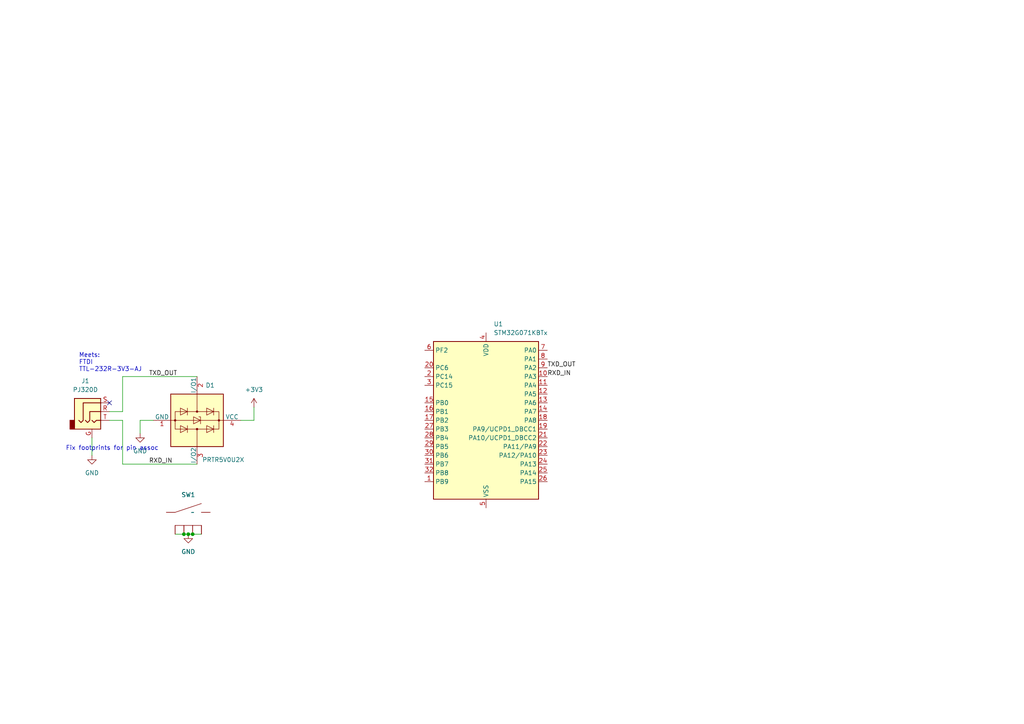
<source format=kicad_sch>
(kicad_sch (version 20230121) (generator eeschema)
  (paper "A4")
  (title_block (title "${Project}") (rev "${Version}") (company "${Author1}, ${Author2}") (comment 1 "${License}"))
  (lib_symbols
    (symbol "Connector_Audio:AudioJack3_Ground"
      (property "Reference" "J" (at 0 8.89 0))
      (property "Value" "AudioJack3_Ground" (at 0 6.35 0))
      (symbol "AudioJack3_Ground_0_1"
        (rectangle (start -5.08 -2.54) (end -6.35 -5.08) (stroke (width 0.254)) (fill (type outline)))
        (polyline (pts (xy 0 -2.54) (xy 0.635 -3.175) (xy 1.27 -2.54) (xy 2.54 -2.54)) (stroke (width 0.254)))
        (polyline (pts (xy -1.905 -2.54) (xy -1.27 -3.175) (xy -0.635 -2.54) (xy -0.635 0) (xy 2.54 0)) (stroke (width 0.254)))
        (polyline (pts (xy 2.54 2.54) (xy -2.54 2.54) (xy -2.54 -2.54) (xy -3.175 -3.175) (xy -3.81 -2.54)) (stroke (width 0.254)))
        (rectangle (start 2.54 3.81) (end -5.08 -5.08) (stroke (width 0.254)) (fill (type background)))
      )
      (symbol "AudioJack3_Ground_1_1"
        (pin passive line (at 0 -7.62 90) (length 2.54) (name "~") (number "G"))
        (pin passive line (at 5.08 0 180) (length 2.54) (name "~") (number "R"))
        (pin passive line (at 5.08 2.54 180) (length 2.54) (name "~") (number "S"))
        (pin passive line (at 5.08 -2.54 180) (length 2.54) (name "~") (number "T"))
      )
    )
    (symbol "MCU_ST_STM32G0:STM32G071KBTx"
      (property "Reference" "U" (at -15.24 24.13 0))
      (property "Value" "STM32G071KBTx" (at 2.54 24.13 0))
      (symbol "STM32G071KBTx_0_1"
        (rectangle (start -15.24 -22.86) (end 15.24 22.86) (stroke (width 0.254)) (fill (type background)))
      )
      (symbol "STM32G071KBTx_1_1"
        (pin bidirectional line (at -17.78 -17.78 0) (length 2.54) (name "PB9") (number "1"))
        (pin bidirectional line (at 17.78 12.7 180) (length 2.54) (name "PA3") (number "10"))
        (pin bidirectional line (at 17.78 10.16 180) (length 2.54) (name "PA4") (number "11"))
        (pin bidirectional line (at 17.78 7.62 180) (length 2.54) (name "PA5") (number "12"))
        (pin bidirectional line (at 17.78 5.08 180) (length 2.54) (name "PA6") (number "13"))
        (pin bidirectional line (at 17.78 2.54 180) (length 2.54) (name "PA7") (number "14"))
        (pin bidirectional line (at -17.78 5.08 0) (length 2.54) (name "PB0") (number "15"))
        (pin bidirectional line (at -17.78 2.54 0) (length 2.54) (name "PB1") (number "16"))
        (pin bidirectional line (at -17.78 0 0) (length 2.54) (name "PB2") (number "17"))
        (pin bidirectional line (at 17.78 0 180) (length 2.54) (name "PA8") (number "18"))
        (pin bidirectional line (at 17.78 -2.54 180) (length 2.54) (name "PA9/UCPD1_DBCC1") (number "19"))
        (pin bidirectional line (at -17.78 12.7 0) (length 2.54) (name "PC14") (number "2"))
        (pin bidirectional line (at -17.78 15.24 0) (length 2.54) (name "PC6") (number "20"))
        (pin bidirectional line (at 17.78 -5.08 180) (length 2.54) (name "PA10/UCPD1_DBCC2") (number "21"))
        (pin bidirectional line (at 17.78 -7.62 180) (length 2.54) (name "PA11/PA9") (number "22"))
        (pin bidirectional line (at 17.78 -10.16 180) (length 2.54) (name "PA12/PA10") (number "23"))
        (pin bidirectional line (at 17.78 -12.7 180) (length 2.54) (name "PA13") (number "24"))
        (pin bidirectional line (at 17.78 -15.24 180) (length 2.54) (name "PA14") (number "25"))
        (pin bidirectional line (at 17.78 -17.78 180) (length 2.54) (name "PA15") (number "26"))
        (pin bidirectional line (at -17.78 -2.54 0) (length 2.54) (name "PB3") (number "27"))
        (pin bidirectional line (at -17.78 -5.08 0) (length 2.54) (name "PB4") (number "28"))
        (pin bidirectional line (at -17.78 -7.62 0) (length 2.54) (name "PB5") (number "29"))
        (pin bidirectional line (at -17.78 10.16 0) (length 2.54) (name "PC15") (number "3"))
        (pin bidirectional line (at -17.78 -10.16 0) (length 2.54) (name "PB6") (number "30"))
        (pin bidirectional line (at -17.78 -12.7 0) (length 2.54) (name "PB7") (number "31"))
        (pin bidirectional line (at -17.78 -15.24 0) (length 2.54) (name "PB8") (number "32"))
        (pin power_in line (at 0 25.4 270) (length 2.54) (name "VDD") (number "4"))
        (pin power_in line (at 0 -25.4 90) (length 2.54) (name "VSS") (number "5"))
        (pin bidirectional line (at -17.78 20.32 0) (length 2.54) (name "PF2") (number "6"))
        (pin bidirectional line (at 17.78 20.32 180) (length 2.54) (name "PA0") (number "7"))
        (pin bidirectional line (at 17.78 17.78 180) (length 2.54) (name "PA1") (number "8"))
        (pin bidirectional line (at 17.78 15.24 180) (length 2.54) (name "PA2") (number "9"))
      )
    )
    (symbol "Power_Protection:PRTR5V0U2X" (pin_names (offset 0))
      (property "Reference" "D" (at 2.794 8.636 0))
      (property "Value" "PRTR5V0U2X" (at 8.128 -9.398 0))
      (symbol "PRTR5V0U2X_0_1"
        (rectangle (start -7.62 -7.62) (end 7.62 7.62) (stroke (width 0.254)) (fill (type background)))
        (circle (center -2.54 0) (radius 0.254) (fill (type outline)))
        (rectangle (start -2.54 6.35) (end 2.54 -6.35))
        (circle (center 0 -6.35) (radius 0.254) (fill (type outline)))
        (polyline (pts (xy -2.54 0) (xy -7.62 0)))
        (polyline (pts (xy -1.524 -2.794) (xy -3.556 -2.794)))
        (polyline (pts (xy -1.524 4.826) (xy -3.556 4.826)))
        (polyline (pts (xy 0 -7.62) (xy 0 7.62)))
        (polyline (pts (xy 1.524 -2.794) (xy 3.556 -2.794)))
        (polyline (pts (xy 1.524 4.826) (xy 3.556 4.826)))
        (polyline (pts (xy 2.54 0) (xy 7.62 0)))
        (polyline (pts (xy 1.016 1.016) (xy -1.016 1.016) (xy -1.016 0.508)))
        (polyline (pts (xy -3.556 -4.826) (xy -1.524 -4.826) (xy -2.54 -2.794) (xy -3.556 -4.826)))
        (polyline (pts (xy -3.556 2.794) (xy -1.524 2.794) (xy -2.54 4.826) (xy -3.556 2.794)))
        (polyline (pts (xy -1.016 -1.016) (xy 1.016 -1.016) (xy 0 1.016) (xy -1.016 -1.016)))
        (polyline (pts (xy 3.556 -4.826) (xy 1.524 -4.826) (xy 2.54 -2.794) (xy 3.556 -4.826)))
        (polyline (pts (xy 3.556 2.794) (xy 1.524 2.794) (xy 2.54 4.826) (xy 3.556 2.794)))
        (circle (center 0 6.35) (radius 0.254) (fill (type outline)))
        (circle (center 2.54 0) (radius 0.254) (fill (type outline)))
      )
      (symbol "PRTR5V0U2X_1_1"
        (pin passive line (at 0 -12.7 90) (length 5.08) (name "GND") (number "1"))
        (pin passive line (at -12.7 0 0) (length 5.08) (name "I/O1") (number "2"))
        (pin passive line (at 12.7 0 180) (length 5.08) (name "I/O2") (number "3"))
        (pin passive line (at 0 12.7 270) (length 5.08) (name "VCC") (number "4"))
      )
    )
    (symbol "TS-1045AD:TS-1045AD" (pin_numbers hide) (pin_names hide)
      (property "Reference" "SW" (at 0 3.81 0))
      (symbol "TS-1045AD_0_1"
        (polyline (pts (xy -3.81 -3.81) (xy 1.27 -3.81)))
        (polyline (pts (xy -3.81 0) (xy 3.81 2.54)))
        (polyline (pts (xy 1.27 -3.81) (xy 3.81 -3.81)))
      )
      (symbol "TS-1045AD_1_1"
        (pin passive line (at -6.35 0 0) (length 2.54) (name "1") (number "1"))
        (pin passive line (at 6.35 0 180) (length 2.54) (name "2") (number "2"))
        (pin passive line (at -3.81 -6.35 90) (length 2.54) (name "3") (number "3"))
        (pin passive line (at -1.27 -6.35 90) (length 2.54) (name "4") (number "4"))
        (pin passive line (at 1.27 -6.35 90) (length 2.54) (name "5") (number "5"))
        (pin passive line (at 3.81 -6.35 90) (length 2.54) (name "6") (number "6"))
      )
    )
    (symbol "power:+3V3" (power) (pin_names (offset 0))
      (property "Value" "+3V3" (at 0 3.556 0))
      (symbol "+3V3_0_1"
        (polyline (pts (xy -0.762 1.27) (xy 0 2.54)))
        (polyline (pts (xy 0 0) (xy 0 2.54)))
        (polyline (pts (xy 0 2.54) (xy 0.762 1.27)))
      )
      (symbol "+3V3_1_1"
        (pin power_in line (at 0 0 90) (length 0) hide (name "+3V3") (number "1"))
      )
    )
    (symbol "power:GND" (power) (pin_names (offset 0))
      (property "Value" "GND" (at 0 -3.81 0))
      (symbol "GND_0_1"
        (polyline (pts (xy 0 0) (xy 0 -1.27) (xy 1.27 -1.27) (xy 0 -2.54) (xy -1.27 -1.27) (xy 0 -1.27)))
      )
      (symbol "GND_1_1"
        (pin power_in line (at 0 0 270) (length 0) hide (name "GND") (number "1"))
      )
    )
  )
  (junction (at 55.88 154.94))
  (junction (at 53.34 154.94))
  (junction (at 54.61 154.94))
  (no_connect (at 31.75 116.84))
  (wire (pts (xy 44.45 121.92) (xy 40.64 121.92)))
  (wire (pts (xy 26.67 127) (xy 26.67 132.08)))
  (wire (pts (xy 69.85 121.92) (xy 73.66 121.92)))
  (wire (pts (xy 40.64 121.92) (xy 40.64 125.73)))
  (wire (pts (xy 35.56 134.62) (xy 57.15 134.62)))
  (wire (pts (xy 35.56 119.38) (xy 35.56 109.22)))
  (wire (pts (xy 50.8 154.94) (xy 53.34 154.94)))
  (wire (pts (xy 35.56 109.22) (xy 57.15 109.22)))
  (wire (pts (xy 54.61 154.94) (xy 55.88 154.94)))
  (wire (pts (xy 31.75 119.38) (xy 35.56 119.38)))
  (wire (pts (xy 53.34 154.94) (xy 54.61 154.94)))
  (wire (pts (xy 35.56 121.92) (xy 35.56 134.62)))
  (wire (pts (xy 73.66 121.92) (xy 73.66 118.11)))
  (wire (pts (xy 55.88 154.94) (xy 58.42 154.94)))
  (wire (pts (xy 31.75 121.92) (xy 35.56 121.92)))
  (text "Fix footprints for pin assoc\n" (at 19.05 130.81 0) (effects (font (size 1.27 1.27)) (justify left bottom)))
  (text "Meets:\nFTDI\nTTL-232R-3V3-AJ" (at 22.86 107.95 0) (effects (font (size 1.27 1.27)) (justify left bottom)))
  (label "RXD_IN" (at 158.75 109.22 0))
  (label "RXD_IN" (at 43.18 134.62 0))
  (label "TXD_OUT" (at 158.75 106.68 0))
  (label "TXD_OUT" (at 43.18 109.22 0))
  (symbol (lib_id "power:GND") (at 54.61 154.94 0) (unit 1)
    (property "Reference" "#PWR04" (effects hide))
    (property "Value" "GND" (at 54.61 160.02 0))
  )
  (symbol (lib_id "power:GND") (at 26.67 132.08 0) (unit 1)
    (property "Reference" "#PWR01" (effects hide))
    (property "Value" "GND" (at 26.67 137.16 0))
  )
  (symbol (lib_id "power:+3V3") (at 73.66 118.11 0) (unit 1)
    (property "Reference" "#PWR03" (effects hide))
    (property "Value" "+3V3" (at 73.66 113.03 0))
  )
  (symbol (lib_id "power:GND") (at 40.64 125.73 0) (unit 1)
    (property "Reference" "#PWR02" (effects hide))
    (property "Value" "GND" (at 40.64 130.81 0))
  )
  (symbol (lib_id "Power_Protection:PRTR5V0U2X") (at 57.15 121.92 270) (unit 1)
    (property "Reference" "D1" (at 60.96 111.76 90))
    (property "Value" "PRTR5V0U2X" (at 64.77 133.35 90))
    (property "Footprint" "Package_TO_SOT_SMD:SOT-143" (effects hide))
    (property "Datasheet" "https://assets.nexperia.com/documents/data-sheet/PRTR5V0U2X.pdf" (effects hide))
    (property "LCSC" "C2827688" (effects hide))
  )
  (symbol (lib_id "Connector_Audio:AudioJack3_Ground") (at 26.67 119.38 0) (unit 1)
    (property "Reference" "J1" (at 24.765 110.49 0))
    (property "Value" "PJ320D" (at 24.765 113.03 0))
    (property "Footprint" "Connector_Audio:Jack_3.5mm_PJ320D_Horizontal" (effects hide))
    (property "LCSC" "C431535" (effects hide))
  )
  (symbol (lib_id "MCU_ST_STM32G0:STM32G071KBTx") (at 140.97 121.92 0) (unit 1)
    (property "Reference" "U1" (at 143.1641 93.98 0) (effects (justify left)))
    (property "Value" "STM32G071KBTx" (at 143.1641 96.52 0) (effects (justify left)))
    (property "Footprint" "Package_QFP:LQFP-32_7x7mm_P0.8mm" (effects hide))
    (property "Datasheet" "https://www.st.com/resource/en/datasheet/stm32g071kb.pdf" (effects hide))
    (property "LCSC" "C529348" (effects hide))
  )
  (symbol (lib_id "TS-1045AD:TS-1045AD") (at 54.61 148.59 0) (unit 1)
    (property "Reference" "SW1" (at 54.61 143.51 0))
    (property "Value" "~" (at 55.88 148.59 0))
    (property "Footprint" "footprints:TS-1045AD" (effects hide))
    (property "LCSC" "C2894747" (effects hide))
  )
)
</source>
